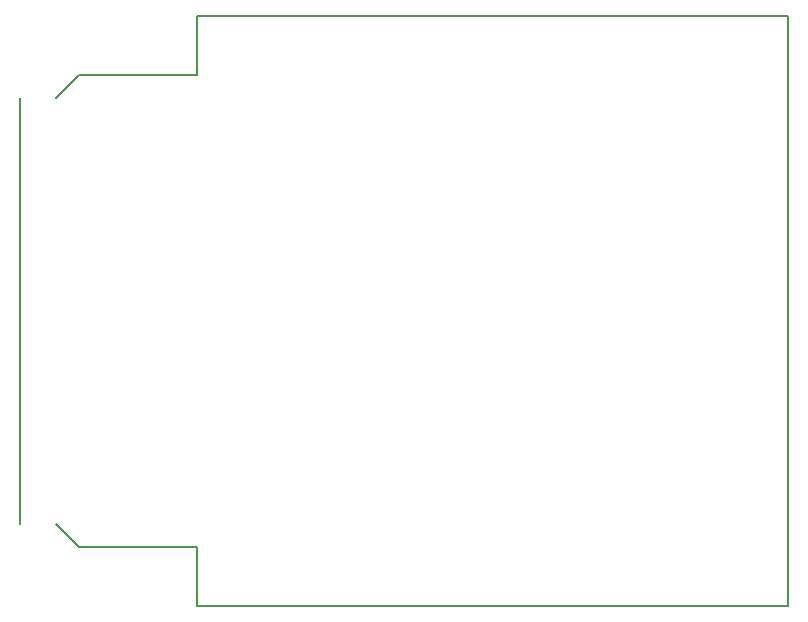
<source format=gbr>
G04 #@! TF.FileFunction,Profile,NP*
%FSLAX46Y46*%
G04 Gerber Fmt 4.6, Leading zero omitted, Abs format (unit mm)*
G04 Created by KiCad (PCBNEW 4.0.4+e1-6308~48~ubuntu16.04.1-stable) date Sat Dec 17 16:05:02 2016*
%MOMM*%
%LPD*%
G01*
G04 APERTURE LIST*
%ADD10C,0.100000*%
%ADD11C,0.150000*%
G04 APERTURE END LIST*
D10*
D11*
X25000000Y-25000000D02*
X25000000Y25000000D01*
X-25000000Y-25000000D02*
X25000000Y-25000000D01*
X-25000000Y-20000000D02*
X-25000000Y-25000000D01*
X-35000000Y-20000000D02*
X-25000000Y-20000000D01*
X-37000000Y-18000000D02*
X-35000000Y-20000000D01*
X-40000000Y18000000D02*
X-40000000Y-18000000D01*
X-35000000Y20000000D02*
X-37000000Y18000000D01*
X-25000000Y20000000D02*
X-35000000Y20000000D01*
X-25000000Y25000000D02*
X-25000000Y20000000D01*
X25000000Y25000000D02*
X-25000000Y25000000D01*
M02*

</source>
